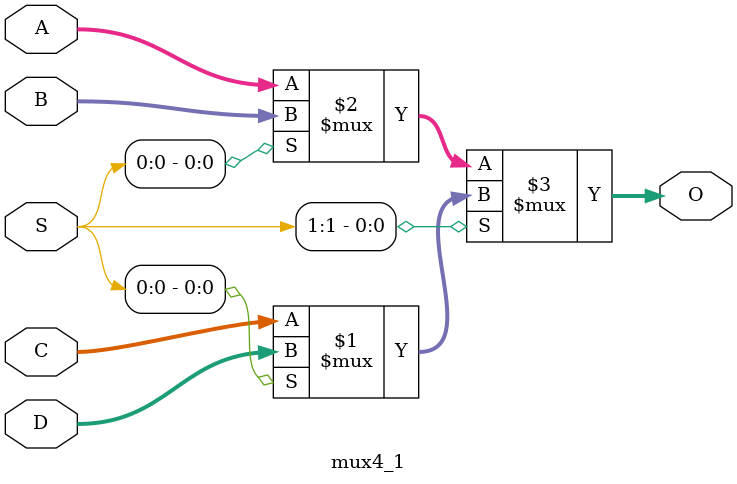
<source format=v>
module mux4_1 #(parameter BUS_SIZE = 32)
               (input [BUS_SIZE - 1:0] A, B, C, D,
                input [1:0] S,
                output [BUS_SIZE - 1:0] O);
    
    assign O = S[1] ? (S[0] ? D : C)
                    : (S[0] ? B : A);

endmodule

</source>
